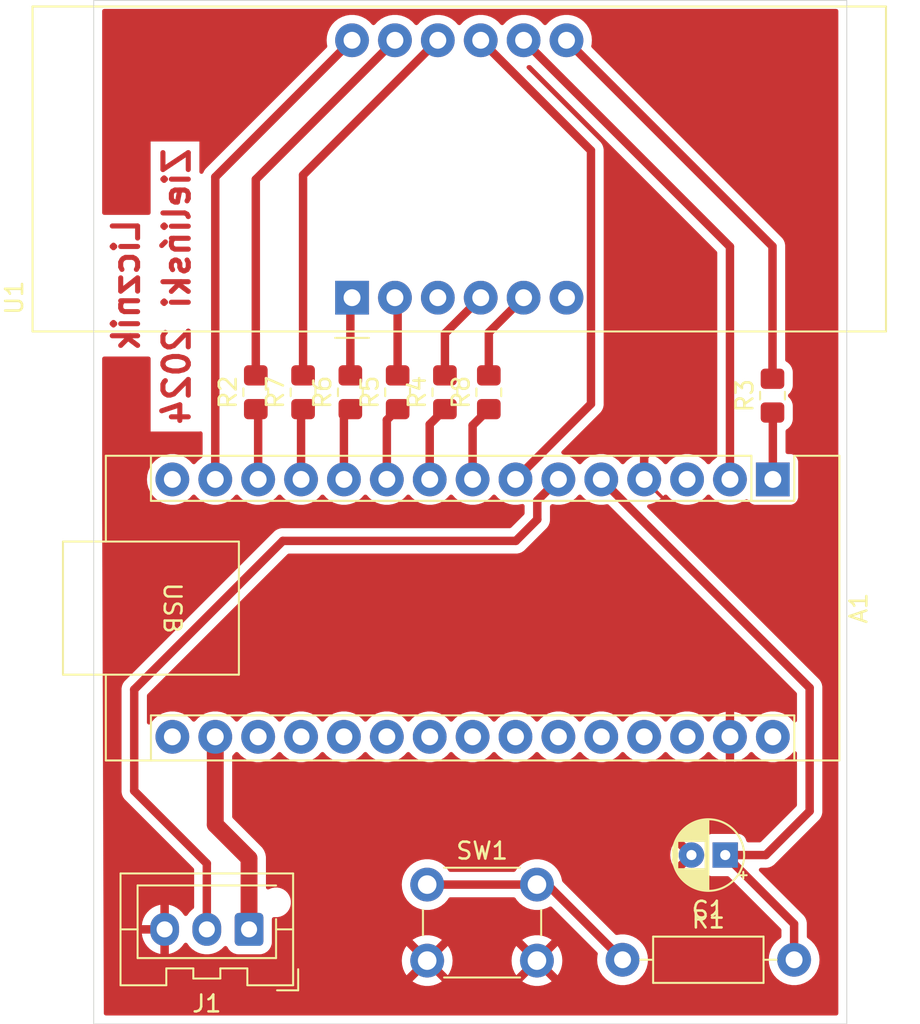
<source format=kicad_pcb>
(kicad_pcb (version 20240108) (generator "pcbnew") (generator_version "8.0")
  (layers (0 "F.Cu" signal) (31 "B.Cu" signal) (34 "B.Paste" user) (35 "F.Paste" user) (36 "B.SilkS" user "B.Silkscreen") (37 "F.SilkS" user "F.Silkscreen") (38 "B.Mask" user) (39 "F.Mask" user) (44 "Edge.Cuts" user))
  (net 0 "")
  (net 2 "GND")
  (net 3 "/F")
  (net 4 "/C")
  (net 5 "/A")
  (net 6 "/D")
  (net 9 "/G")
  (net 10 "/VDD")
  (net 12 "Net-(A1-D2)")
  (net 13 "/E")
  (net 16 "/B")
  (net 17 "/SIGNAL")
  (net 20 "/DIG2")
  (net 21 "/DIG1")
  (net 24 "/DIG3")
  (net 30 "Net-(R1-Pad1)")
  (net 31 "Net-(U1-a)")
  (net 32 "Net-(U1-b)")
  (net 33 "Net-(U1-c)")
  (net 34 "Net-(U1-d)")
  (net 35 "Net-(U1-e)")
  (net 36 "Net-(U1-f)")
  (net 37 "Net-(U1-g)")
  (footprint "Button_Switch_THT:SW_PUSH_6mm_H9.5mm" (layer "F.Cu") (at 99.75 121.35)
    (property "Reference" "SW1" (at 3.25 -2 0) (layer "F.SilkS"))
    (property "Value" "SW_Push")
    (fp_line (start -0.25 1.5) (end -0.25 3) (stroke (width 0.12)) (layer "F.SilkS"))
    (fp_line (start 1 5.5) (end 5.5 5.5) (stroke (width 0.12)) (layer "F.SilkS"))
    (fp_line (start 5.5 -1) (end 1 -1) (stroke (width 0.12)) (layer "F.SilkS"))
    (fp_line (start 6.75 3) (end 6.75 1.5) (stroke (width 0.12)) (layer "F.SilkS"))
    (pad "1" thru_hole circle (at 0 0 90) (size 2 2) (drill 1.1) (layers "*.Cu" "*.Mask") (net 30 "Net-(R1-Pad1)"))
    (pad "1" thru_hole circle (at 6.5 0 90) (size 2 2) (drill 1.1) (layers "*.Cu" "*.Mask") (net 30 "Net-(R1-Pad1)"))
    (pad "2" thru_hole circle (at 0 4.5 90) (size 2 2) (drill 1.1) (layers "*.Cu" "*.Mask") (net 2 "GND"))
    (pad "2" thru_hole circle (at 6.5 4.5 90) (size 2 2) (drill 1.1) (layers "*.Cu" "*.Mask") (net 2 "GND"))
  )
  (footprint "Module:Arduino_Nano" (layer "F.Cu") (at 120.22 97.36 -90)
    (property "Reference" "A1" (at 7.62 -5.08 90) (layer "F.SilkS"))
    (property "Value" "Arduino_Nano_v3.x")
    (fp_line (start 3.68 42.04) (end 3.68 31.62) (stroke (width 0.12)) (layer "F.SilkS"))
    (fp_line (start 11.56 42.04) (end 3.68 42.04) (stroke (width 0.12)) (layer "F.SilkS"))
    (fp_line (start -1.4 39.5) (end 3.68 39.5) (stroke (width 0.12)) (layer "F.SilkS"))
    (fp_line (start 16.64 39.5) (end 11.56 39.5) (stroke (width 0.12)) (layer "F.SilkS"))
    (fp_line (start 16.64 39.5) (end 16.64 -3.94) (stroke (width 0.12)) (layer "F.SilkS"))
    (fp_line (start 1.27 36.83) (end -1.4 36.83) (stroke (width 0.12)) (layer "F.SilkS"))
    (fp_line (start 13.97 36.83) (end 16.64 36.83) (stroke (width 0.12)) (layer "F.SilkS"))
    (fp_line (start 3.68 31.62) (end 11.56 31.62) (stroke (width 0.12)) (layer "F.SilkS"))
    (fp_line (start 11.56 31.62) (end 11.56 42.04) (stroke (width 0.12)) (layer "F.SilkS"))
    (fp_line (start -1.4 1.27) (end -1.4 39.5) (stroke (width 0.12)) (layer "F.SilkS"))
    (fp_line (start 1.27 1.27) (end 1.27 36.83) (stroke (width 0.12)) (layer "F.SilkS"))
    (fp_line (start 1.27 1.27) (end -1.4 1.27) (stroke (width 0.12)) (layer "F.SilkS"))
    (fp_line (start 1.27 1.27) (end 1.27 -1.27) (stroke (width 0.12)) (layer "F.SilkS"))
    (fp_line (start 1.27 -1.27) (end -1.4 -1.27) (stroke (width 0.12)) (layer "F.SilkS"))
    (fp_line (start 13.97 -1.27) (end 13.97 36.83) (stroke (width 0.12)) (layer "F.SilkS"))
    (fp_line (start 13.97 -1.27) (end 16.64 -1.27) (stroke (width 0.12)) (layer "F.SilkS"))
    (fp_line (start -1.4 -3.94) (end -1.4 -1.27) (stroke (width 0.12)) (layer "F.SilkS"))
    (fp_line (start 16.64 -3.94) (end -1.4 -3.94) (stroke (width 0.12)) (layer "F.SilkS"))
    (fp_text user "USB" (at 7.62 35.56 -90) (layer "F.SilkS"))
    (pad "1" thru_hole rect (at 0 0 270) (size 2 2) (drill 1) (layers "*.Cu" "*.Mask") (net 16 "/B"))
    (pad "2" thru_hole oval (at 0 2.54 270) (size 2 2) (drill 1) (layers "*.Cu" "*.Mask") (net 24 "/DIG3"))
    (pad "3" thru_hole oval (at 0 5.08 270) (size 2 2) (drill 1) (layers "*.Cu" "*.Mask"))
    (pad "4" thru_hole oval (at 0 7.62 270) (size 2 2) (drill 1) (layers "*.Cu" "*.Mask") (net 2 "GND"))
    (pad "5" thru_hole oval (at 0 10.16 270) (size 2 2) (drill 1) (layers "*.Cu" "*.Mask") (net 12 "Net-(A1-D2)"))
    (pad "6" thru_hole oval (at 0 12.7 270) (size 2 2) (drill 1) (layers "*.Cu" "*.Mask") (net 17 "/SIGNAL"))
    (pad "7" thru_hole oval (at 0 15.24 270) (size 2 2) (drill 1) (layers "*.Cu" "*.Mask") (net 20 "/DIG2"))
    (pad "8" thru_hole oval (at 0 17.78 270) (size 2 2) (drill 1) (layers "*.Cu" "*.Mask") (net 9 "/G"))
    (pad "9" thru_hole oval (at 0 20.32 270) (size 2 2) (drill 1) (layers "*.Cu" "*.Mask") (net 4 "/C"))
    (pad "10" thru_hole oval (at 0 22.86 270) (size 2 2) (drill 1) (layers "*.Cu" "*.Mask") (net 6 "/D"))
    (pad "11" thru_hole oval (at 0 25.4 270) (size 2 2) (drill 1) (layers "*.Cu" "*.Mask") (net 13 "/E"))
    (pad "12" thru_hole oval (at 0 27.94 270) (size 2 2) (drill 1) (layers "*.Cu" "*.Mask") (net 3 "/F"))
    (pad "13" thru_hole oval (at 0 30.48 270) (size 2 2) (drill 1) (layers "*.Cu" "*.Mask") (net 5 "/A"))
    (pad "14" thru_hole oval (at 0 33.02 270) (size 2 2) (drill 1) (layers "*.Cu" "*.Mask") (net 21 "/DIG1"))
    (pad "15" thru_hole oval (at 0 35.56 270) (size 2 2) (drill 1) (layers "*.Cu" "*.Mask"))
    (pad "16" thru_hole oval (at 15.24 35.56 270) (size 2 2) (drill 1) (layers "*.Cu" "*.Mask"))
    (pad "17" thru_hole oval (at 15.24 33.02 270) (size 2 2) (drill 1) (layers "*.Cu" "*.Mask") (net 10 "/VDD"))
    (pad "18" thru_hole oval (at 15.24 30.48 270) (size 2 2) (drill 1) (layers "*.Cu" "*.Mask"))
    (pad "19" thru_hole oval (at 15.24 27.94 270) (size 2 2) (drill 1) (layers "*.Cu" "*.Mask"))
    (pad "20" thru_hole oval (at 15.24 25.4 270) (size 2 2) (drill 1) (layers "*.Cu" "*.Mask"))
    (pad "21" thru_hole oval (at 15.24 22.86 270) (size 2 2) (drill 1) (layers "*.Cu" "*.Mask"))
    (pad "22" thru_hole oval (at 15.24 20.32 270) (size 2 2) (drill 1) (layers "*.Cu" "*.Mask"))
    (pad "23" thru_hole oval (at 15.24 17.78 270) (size 2 2) (drill 1) (layers "*.Cu" "*.Mask"))
    (pad "24" thru_hole oval (at 15.24 15.24 270) (size 2 2) (drill 1) (layers "*.Cu" "*.Mask"))
    (pad "25" thru_hole oval (at 15.24 12.7 270) (size 2 2) (drill 1) (layers "*.Cu" "*.Mask"))
    (pad "26" thru_hole oval (at 15.24 10.16 270) (size 2 2) (drill 1) (layers "*.Cu" "*.Mask"))
    (pad "27" thru_hole oval (at 15.24 7.62 270) (size 2 2) (drill 1) (layers "*.Cu" "*.Mask"))
    (pad "28" thru_hole oval (at 15.24 5.08 270) (size 2 2) (drill 1) (layers "*.Cu" "*.Mask"))
    (pad "29" thru_hole oval (at 15.24 2.54 270) (size 2 2) (drill 1) (layers "*.Cu" "*.Mask") (net 2 "GND"))
    (pad "30" thru_hole oval (at 15.24 0 270) (size 2 2) (drill 1) (layers "*.Cu" "*.Mask"))
  )
  (footprint "Resistor_SMD:R_0805_2012Metric_Pad1.20x1.40mm_HandSolder" (layer "F.Cu") (at 120.2 92.4 90)
    (property "Reference" "R3" (at 0 -1.65 90) (layer "F.SilkS"))
    (property "Value" "1k")
    (fp_line (start -0.227064 -0.735) (end 0.227064 -0.735) (stroke (width 0.12)) (layer "F.SilkS"))
    (fp_line (start -0.227064 0.735) (end 0.227064 0.735) (stroke (width 0.12)) (layer "F.SilkS"))
    (pad "1" smd roundrect (at -1 0 90) (size 1.2 1.4) (layers "F.Cu" "F.Paste" "F.Mask") (roundrect_rratio 0.208333) (net 16 "/B"))
    (pad "2" smd roundrect (at 1 0 90) (size 1.2 1.4) (layers "F.Cu" "F.Paste" "F.Mask") (roundrect_rratio 0.208333) (net 32 "Net-(U1-b)"))
  )
  (footprint "Display_7Segment:CA56-12SRWA" (layer "F.Cu") (at 95.3 86.6 90)
    (property "Reference" "U1" (at 0 -20 -90) (layer "F.SilkS"))
    (property "Value" "CA56-12SRWA")
    (fp_line (start -2 -18.92) (end 17.24 -18.92) (stroke (width 0.12)) (layer "F.SilkS"))
    (fp_line (start -2 -18.92) (end -2 31.62) (stroke (width 0.12)) (layer "F.SilkS"))
    (fp_line (start -2.38 -1) (end -2.38 1) (stroke (width 0.12)) (layer "F.SilkS"))
    (fp_line (start 17.24 31.62) (end 17.24 -18.92) (stroke (width 0.12)) (layer "F.SilkS"))
    (fp_line (start -2 31.62) (end 17.24 31.62) (stroke (width 0.12)) (layer "F.SilkS"))
    (pad "1" thru_hole rect (at 0 0 90) (size 2 2) (drill 1) (layers "*.Cu" "*.Mask") (net 35 "Net-(U1-e)"))
    (pad "2" thru_hole circle (at 0 2.54 90) (size 2 2) (drill 1) (layers "*.Cu" "*.Mask") (net 34 "Net-(U1-d)"))
    (pad "3" thru_hole circle (at 0 5.08 90) (size 2 2) (drill 1) (layers "*.Cu" "*.Mask"))
    (pad "4" thru_hole circle (at 0 7.62 90) (size 2 2) (drill 1) (layers "*.Cu" "*.Mask") (net 33 "Net-(U1-c)"))
    (pad "5" thru_hole circle (at 0 10.16 90) (size 2 2) (drill 1) (layers "*.Cu" "*.Mask") (net 37 "Net-(U1-g)"))
    (pad "6" thru_hole circle (at 0 12.7 90) (size 2 2) (drill 1) (layers "*.Cu" "*.Mask"))
    (pad "7" thru_hole circle (at 15.24 12.7 90) (size 2 2) (drill 1) (layers "*.Cu" "*.Mask") (net 32 "Net-(U1-b)"))
    (pad "8" thru_hole circle (at 15.24 10.16 90) (size 2 2) (drill 1) (layers "*.Cu" "*.Mask") (net 24 "/DIG3"))
    (pad "9" thru_hole circle (at 15.24 7.62 90) (size 2 2) (drill 1) (layers "*.Cu" "*.Mask") (net 20 "/DIG2"))
    (pad "10" thru_hole circle (at 15.24 5.08 90) (size 2 2) (drill 1) (layers "*.Cu" "*.Mask") (net 36 "Net-(U1-f)"))
    (pad "11" thru_hole circle (at 15.24 2.54 90) (size 2 2) (drill 1) (layers "*.Cu" "*.Mask") (net 31 "Net-(U1-a)"))
    (pad "12" thru_hole circle (at 15.24 0 90) (size 2 2) (drill 1) (layers "*.Cu" "*.Mask") (net 21 "/DIG1"))
  )
  (footprint "Resistor_SMD:R_0805_2012Metric_Pad1.20x1.40mm_HandSolder" (layer "F.Cu") (at 103.4 92.2 90)
    (property "Reference" "R8" (at 0 -1.65 90) (layer "F.SilkS"))
    (property "Value" "1k")
    (fp_line (start -0.227064 -0.735) (end 0.227064 -0.735) (stroke (width 0.12)) (layer "F.SilkS"))
    (fp_line (start -0.227064 0.735) (end 0.227064 0.735) (stroke (width 0.12)) (layer "F.SilkS"))
    (pad "1" smd roundrect (at -1 0 90) (size 1.2 1.4) (layers "F.Cu" "F.Paste" "F.Mask") (roundrect_rratio 0.208333) (net 9 "/G"))
    (pad "2" smd roundrect (at 1 0 90) (size 1.2 1.4) (layers "F.Cu" "F.Paste" "F.Mask") (roundrect_rratio 0.208333) (net 37 "Net-(U1-g)"))
  )
  (footprint "Resistor_SMD:R_0805_2012Metric_Pad1.20x1.40mm_HandSolder" (layer "F.Cu") (at 100.8 92.2 90)
    (property "Reference" "R4" (at 0 -1.65 90) (layer "F.SilkS"))
    (property "Value" "1k")
    (fp_line (start -0.227064 -0.735) (end 0.227064 -0.735) (stroke (width 0.12)) (layer "F.SilkS"))
    (fp_line (start -0.227064 0.735) (end 0.227064 0.735) (stroke (width 0.12)) (layer "F.SilkS"))
    (pad "1" smd roundrect (at -1 0 90) (size 1.2 1.4) (layers "F.Cu" "F.Paste" "F.Mask") (roundrect_rratio 0.208333) (net 4 "/C"))
    (pad "2" smd roundrect (at 1 0 90) (size 1.2 1.4) (layers "F.Cu" "F.Paste" "F.Mask") (roundrect_rratio 0.208333) (net 33 "Net-(U1-c)"))
  )
  (footprint "Resistor_SMD:R_0805_2012Metric_Pad1.20x1.40mm_HandSolder" (layer "F.Cu") (at 98 92.2 90)
    (property "Reference" "R5" (at 0 -1.65 90) (layer "F.SilkS"))
    (property "Value" "1k")
    (fp_line (start -0.227064 -0.735) (end 0.227064 -0.735) (stroke (width 0.12)) (layer "F.SilkS"))
    (fp_line (start -0.227064 0.735) (end 0.227064 0.735) (stroke (width 0.12)) (layer "F.SilkS"))
    (pad "1" smd roundrect (at -1 0 90) (size 1.2 1.4) (layers "F.Cu" "F.Paste" "F.Mask") (roundrect_rratio 0.208333) (net 6 "/D"))
    (pad "2" smd roundrect (at 1 0 90) (size 1.2 1.4) (layers "F.Cu" "F.Paste" "F.Mask") (roundrect_rratio 0.208333) (net 34 "Net-(U1-d)"))
  )
  (footprint "Resistor_THT:R_Axial_DIN0207_L6.3mm_D2.5mm_P10.16mm_Horizontal" (layer "F.Cu") (at 111.32 125.8)
    (property "Reference" "R1" (at 5.08 -2.37 0) (layer "F.SilkS"))
    (property "Value" "10k")
    (fp_line (start 1.04 0) (end 1.81 0) (stroke (width 0.12)) (layer "F.SilkS"))
    (fp_line (start 1.81 -1.37) (end 1.81 1.37) (stroke (width 0.12)) (layer "F.SilkS"))
    (fp_line (start 1.81 1.37) (end 8.35 1.37) (stroke (width 0.12)) (layer "F.SilkS"))
    (fp_line (start 8.35 -1.37) (end 1.81 -1.37) (stroke (width 0.12)) (layer "F.SilkS"))
    (fp_line (start 8.35 1.37) (end 8.35 -1.37) (stroke (width 0.12)) (layer "F.SilkS"))
    (fp_line (start 9.12 0) (end 8.35 0) (stroke (width 0.12)) (layer "F.SilkS"))
    (pad "1" thru_hole circle (at 0 0) (size 2 2) (drill 1) (layers "*.Cu" "*.Mask") (net 30 "Net-(R1-Pad1)"))
    (pad "2" thru_hole oval (at 10.16 0) (size 2 2) (drill 1) (layers "*.Cu" "*.Mask") (net 12 "Net-(A1-D2)"))
  )
  (footprint "Resistor_SMD:R_0805_2012Metric_Pad1.20x1.40mm_HandSolder" (layer "F.Cu") (at 95.2 92.2 90)
    (property "Reference" "R6" (at 0 -1.65 90) (layer "F.SilkS"))
    (property "Value" "1k")
    (fp_line (start -0.227064 -0.735) (end 0.227064 -0.735) (stroke (width 0.12)) (layer "F.SilkS"))
    (fp_line (start -0.227064 0.735) (end 0.227064 0.735) (stroke (width 0.12)) (layer "F.SilkS"))
    (pad "1" smd roundrect (at -1 0 90) (size 1.2 1.4) (layers "F.Cu" "F.Paste" "F.Mask") (roundrect_rratio 0.208333) (net 13 "/E"))
    (pad "2" smd roundrect (at 1 0 90) (size 1.2 1.4) (layers "F.Cu" "F.Paste" "F.Mask") (roundrect_rratio 0.208333) (net 35 "Net-(U1-e)"))
  )
  (footprint "Connector_JST:JST_XA_B03B-XASK-1-A_1x03_P2.50mm_Vertical" (layer "F.Cu") (at 89.2 124 180)
    (property "Reference" "J1" (at 2.5 -4.4 180) (layer "F.SilkS"))
    (property "Value" "Conn_01x03_Pin")
    (fp_line (start 7.61 3.31) (end 7.61 -3.31) (stroke (width 0.12)) (layer "F.SilkS"))
    (fp_line (start 7.61 0) (end 6.6 0) (stroke (width 0.12)) (layer "F.SilkS"))
    (fp_line (start 7.61 -3.31) (end 4.9 -3.31) (stroke (width 0.12)) (layer "F.SilkS"))
    (fp_line (start 6.6 2.6) (end -1.6 2.6) (stroke (width 0.12)) (layer "F.SilkS"))
    (fp_line (start 6.6 -1.7) (end 6.6 2.6) (stroke (width 0.12)) (layer "F.SilkS"))
    (fp_line (start 4.9 -2.31) (end 3.3 -2.31) (stroke (width 0.12)) (layer "F.SilkS"))
    (fp_line (start 4.9 -3.31) (end 4.9 -2.31) (stroke (width 0.12)) (layer "F.SilkS"))
    (fp_line (start 3.3 -2.31) (end 3.3 -2.91) (stroke (width 0.12)) (layer "F.SilkS"))
    (fp_line (start 3.3 -2.91) (end 1.7 -2.91) (stroke (width 0.12)) (layer "F.SilkS"))
    (fp_line (start 1.7 -2.31) (end 0.1 -2.31) (stroke (width 0.12)) (layer "F.SilkS"))
    (fp_line (start 1.7 -2.91) (end 1.7 -2.31) (stroke (width 0.12)) (layer "F.SilkS"))
    (fp_line (start 0.1 -2.31) (end 0.1 -3.31) (stroke (width 0.12)) (layer "F.SilkS"))
    (fp_line (start 0.1 -3.31) (end -2.61 -3.31) (stroke (width 0.12)) (layer "F.SilkS"))
    (fp_line (start -1.6 0.6) (end -1.6 -1.7) (stroke (width 0.12)) (layer "F.SilkS"))
    (fp_line (start -1.6 -1.7) (end 6.6 -1.7) (stroke (width 0.12)) (layer "F.SilkS"))
    (fp_line (start -1.66 -3.61) (end -2.91 -3.61) (stroke (width 0.12)) (layer "F.SilkS"))
    (fp_line (start -2.61 3.31) (end 7.61 3.31) (stroke (width 0.12)) (layer "F.SilkS"))
    (fp_line (start -2.61 0) (end -1.6 0) (stroke (width 0.12)) (layer "F.SilkS"))
    (fp_line (start -2.61 -3.31) (end -2.61 3.31) (stroke (width 0.12)) (layer "F.SilkS"))
    (fp_line (start -2.91 -3.61) (end -2.91 -2.36) (stroke (width 0.12)) (layer "F.SilkS"))
    (pad "" np_thru_hole circle (at -1.6 1.6 180) (size 1.25 1.25) (drill 1.25) (layers "*.Cu" "*.Mask"))
    (pad "1" thru_hole roundrect (at 0 0 180) (size 1.7 1.95) (drill 0.95) (layers "*.Cu" "*.Mask") (roundrect_rratio 0.147059) (net 10 "/VDD"))
    (pad "2" thru_hole oval (at 2.5 0 180) (size 1.7 1.95) (drill 0.95) (layers "*.Cu" "*.Mask") (net 17 "/SIGNAL"))
    (pad "3" thru_hole oval (at 5 0 180) (size 1.7 1.95) (drill 0.95) (layers "*.Cu" "*.Mask") (net 2 "GND"))
  )
  (footprint "Capacitor_THT:CP_Radial_D4.0mm_P2.00mm" (layer "F.Cu") (at 117.4 119.6 180)
    (property "Reference" "C1" (at 1 -3.25 180) (layer "F.SilkS"))
    (property "Value" "10u")
    (fp_line (start 3.081 -0.37) (end 3.081 0.37) (stroke (width 0.12)) (layer "F.SilkS"))
    (fp_line (start 3.041 -0.537) (end 3.041 0.537) (stroke (width 0.12)) (layer "F.SilkS"))
    (fp_line (start 3.001 -0.664) (end 3.001 0.664) (stroke (width 0.12)) (layer "F.SilkS"))
    (fp_line (start 2.961 -0.768) (end 2.961 0.768) (stroke (width 0.12)) (layer "F.SilkS"))
    (fp_line (start 2.921 -0.859) (end 2.921 0.859) (stroke (width 0.12)) (layer "F.SilkS"))
    (fp_line (start 2.881 -0.94) (end 2.881 0.94) (stroke (width 0.12)) (layer "F.SilkS"))
    (fp_line (start 2.841 -1.013) (end 2.841 1.013) (stroke (width 0.12)) (layer "F.SilkS"))
    (fp_line (start 2.801 0.84) (end 2.801 1.08) (stroke (width 0.12)) (layer "F.SilkS"))
    (fp_line (start 2.801 -1.08) (end 2.801 -0.84) (stroke (width 0.12)) (layer "F.SilkS"))
    (fp_line (start 2.761 0.84) (end 2.761 1.142) (stroke (width 0.12)) (layer "F.SilkS"))
    (fp_line (start 2.761 -1.142) (end 2.761 -0.84) (stroke (width 0.12)) (layer "F.SilkS"))
    (fp_line (start 2.721 0.84) (end 2.721 1.2) (stroke (width 0.12)) (layer "F.SilkS"))
    (fp_line (start 2.721 -1.2) (end 2.721 -0.84) (stroke (width 0.12)) (layer "F.SilkS"))
    (fp_line (start 2.681 0.84) (end 2.681 1.254) (stroke (width 0.12)) (layer "F.SilkS"))
    (fp_line (start 2.681 -1.254) (end 2.681 -0.84) (stroke (width 0.12)) (layer "F.SilkS"))
    (fp_line (start 2.641 0.84) (end 2.641 1.304) (stroke (width 0.12)) (layer "F.SilkS"))
    (fp_line (start 2.641 -1.304) (end 2.641 -0.84) (stroke (width 0.12)) (layer "F.SilkS"))
    (fp_line (start 2.601 0.84) (end 2.601 1.351) (stroke (width 0.12)) (layer "F.SilkS"))
    (fp_line (start 2.601 -1.351) (end 2.601 -0.84) (stroke (width 0.12)) (layer "F.SilkS"))
    (fp_line (start 2.561 0.84) (end 2.561 1.396) (stroke (width 0.12)) (layer "F.SilkS"))
    (fp_line (start 2.561 -1.396) (end 2.561 -0.84) (stroke (width 0.12)) (layer "F.SilkS"))
    (fp_line (start 2.521 0.84) (end 2.521 1.438) (stroke (width 0.12)) (layer "F.SilkS"))
    (fp_line (start 2.521 -1.438) (end 2.521 -0.84) (stroke (width 0.12)) (layer "F.SilkS"))
    (fp_line (start 2.481 0.84) (end 2.481 1.478) (stroke (width 0.12)) (layer "F.SilkS"))
    (fp_line (start 2.481 -1.478) (end 2.481 -0.84) (stroke (width 0.12)) (layer "F.SilkS"))
    (fp_line (start 2.441 0.84) (end 2.441 1.516) (stroke (width 0.12)) (layer "F.SilkS"))
    (fp_line (start 2.441 -1.516) (end 2.441 -0.84) (stroke (width 0.12)) (layer "F.SilkS"))
    (fp_line (start 2.401 0.84) (end 2.401 1.552) (stroke (width 0.12)) (layer "F.SilkS"))
    (fp_line (start 2.401 -1.552) (end 2.401 -0.84) (stroke (width 0.12)) (layer "F.SilkS"))
    (fp_line (start 2.361 0.84) (end 2.361 1.587) (stroke (width 0.12)) (layer "F.SilkS"))
    (fp_line (start 2.361 -1.587) (end 2.361 -0.84) (stroke (width 0.12)) (layer "F.SilkS"))
    (fp_line (start 2.321 0.84) (end 2.321 1.619) (stroke (width 0.12)) (layer "F.SilkS"))
    (fp_line (start 2.321 -1.619) (end 2.321 -0.84) (stroke (width 0.12)) (layer "F.SilkS"))
    (fp_line (start 2.281 0.84) (end 2.281 1.65) (stroke (width 0.12)) (layer "F.SilkS"))
    (fp_line (start 2.281 -1.65) (end 2.281 -0.84) (stroke (width 0.12)) (layer "F.SilkS"))
    (fp_line (start 2.241 0.84) (end 2.241 1.68) (stroke (width 0.12)) (layer "F.SilkS"))
    (fp_line (start 2.241 -1.68) (end 2.241 -0.84) (stroke (width 0.12)) (layer "F.SilkS"))
    (fp_line (start 2.201 0.84) (end 2.201 1.708) (stroke (width 0.12)) (layer "F.SilkS"))
    (fp_line (start 2.201 -1.708) (end 2.201 -0.84) (stroke (width 0.12)) (layer "F.SilkS"))
    (fp_line (start 2.161 0.84) (end 2.161 1.735) (stroke (width 0.12)) (layer "F.SilkS"))
    (fp_line (start 2.161 -1.735) (end 2.161 -0.84) (stroke (width 0.12)) (layer "F.SilkS"))
    (fp_line (start 2.121 0.84) (end 2.121 1.76) (stroke (width 0.12)) (layer "F.SilkS"))
    (fp_line (start 2.121 -1.76) (end 2.121 -0.84) (stroke (width 0.12)) (layer "F.SilkS"))
    (fp_line (start 2.081 0.84) (end 2.081 1.785) (stroke (width 0.12)) (layer "F.SilkS"))
    (fp_line (start 2.081 -1.785) (end 2.081 -0.84) (stroke (width 0.12)) (layer "F.SilkS"))
    (fp_line (start 2.041 0.84) (end 2.041 1.808) (stroke (width 0.12)) (layer "F.SilkS"))
    (fp_line (start 2.041 -1.808) (end 2.041 -0.84) (stroke (width 0.12)) (layer "F.SilkS"))
    (fp_line (start 2.001 0.84) (end 2.001 1.83) (stroke (width 0.12)) (layer "F.SilkS"))
    (fp_line (start 2.001 -1.83) (end 2.001 -0.84) (stroke (width 0.12)) (layer "F.SilkS"))
    (fp_line (start 1.961 0.84) (end 1.961 1.851) (stroke (width 0.12)) (layer "F.SilkS"))
    (fp_line (start 1.961 -1.851) (end 1.961 -0.84) (stroke (width 0.12)) (layer "F.SilkS"))
    (fp_line (start 1.921 0.84) (end 1.921 1.87) (stroke (width 0.12)) (layer "F.SilkS"))
    (fp_line (start 1.921 -1.87) (end 1.921 -0.84) (stroke (width 0.12)) (layer "F.SilkS"))
    (fp_line (start 1.881 0.84) (end 1.881 1.889) (stroke (width 0.12)) (layer "F.SilkS"))
    (fp_line (start 1.881 -1.889) (end 1.881 -0.84) (stroke (width 0.12)) (layer "F.SilkS"))
    (fp_line (start 1.841 0.84) (end 1.841 1.907) (stroke (width 0.12)) (layer "F.SilkS"))
    (fp_line (start 1.841 -1.907) (end 1.841 -0.84) (stroke (width 0.12)) (layer "F.SilkS"))
    (fp_line (start 1.801 0.84) (end 1.801 1.924) (stroke (width 0.12)) (layer "F.SilkS"))
    (fp_line (start 1.801 -1.924) (end 1.801 -0.84) (stroke (width 0.12)) (layer "F.SilkS"))
    (fp_line (start 1.761 0.84) (end 1.761 1.94) (stroke (width 0.12)) (layer "F.SilkS"))
    (fp_line (start 1.761 -1.94) (end 1.761 -0.84) (stroke (width 0.12)) (layer "F.SilkS"))
    (fp_line (start 1.721 0.84) (end 1.721 1.954) (stroke (width 0.12)) (layer "F.SilkS"))
    (fp_line (start 1.721 -1.954) (end 1.721 -0.84) (stroke (width 0.12)) (layer "F.SilkS"))
    (fp_line (start 1.68 0.84) (end 1.68 1.968) (stroke (width 0.12)) (layer "F.SilkS"))
    (fp_line (start 1.68 -1.968) (end 1.68 -0.84) (stroke (width 0.12)) (layer "F.SilkS"))
    (fp_line (start 1.64 0.84) (end 1.64 1.982) (stroke (width 0.12)) (layer "F.SilkS"))
    (fp_line (start 1.64 -1.982) (end 1.64 -0.84) (stroke (width 0.12)) (layer "F.SilkS"))
    (fp_line (start 1.6 0.84) (end 1.6 1.994) (stroke (width 0.12)) (layer "F.SilkS"))
    (fp_line (start 1.6 -1.994) (end 1.6 -0.84) (stroke (width 0.12)) (layer "F.SilkS"))
    (fp_line (start 1.56 0.84) (end 1.56 2.005) (stroke (width 0.12)) (layer "F.SilkS"))
    (fp_line (start 1.56 -2.005) (end 1.56 -0.84) (stroke (width 0.12)) (layer "F.SilkS"))
    (fp_line (start 1.52 0.84) (end 1.52 2.016) (stroke (width 0.12)) (layer "F.SilkS"))
    (fp_line (start 1.52 -2.016) (end 1.52 -0.84) (stroke (width 0.12)) (layer "F.SilkS"))
    (fp_line (start 1.48 0.84) (end 1.48 2.025) (stroke (width 0.12)) (layer "F.SilkS"))
    (fp_line (start 1.48 -2.025) (end 1.48 -0.84) (stroke (width 0.12)) (layer "F.SilkS"))
    (fp_line (start 1.44 0.84) (end 1.44 2.034) (stroke (width 0.12)) (layer "F.SilkS"))
    (fp_line (start 1.44 -2.034) (end 1.44 -0.84) (stroke (width 0.12)) (layer "F.SilkS"))
    (fp_line (start 1.4 0.84) (end 1.4 2.042) (stroke (width 0.12)) (layer "F.SilkS"))
    (fp_line (start 1.4 -2.042) (end 1.4 -0.84) (stroke (width 0.12)) (layer "F.SilkS"))
    (fp_line (start 1.36 0.84) (end 1.36 2.05) (stroke (width 0.12)) (layer "F.SilkS"))
    (fp_line (start 1.36 -2.05) (end 1.36 -0.84) (stroke (width 0.12)) (layer "F.SilkS"))
    (fp_line (start 1.32 0.84) (end 1.32 2.056) (stroke (width 0.12)) (layer "F.SilkS"))
    (fp_line (start 1.32 -2.056) (end 1.32 -0.84) (stroke (width 0.12)) (layer "F.SilkS"))
    (fp_line (start 1.28 0.84) (end 1.28 2.062) (stroke (width 0.12)) (layer "F.SilkS"))
    (fp_line (start 1.28 -2.062) (end 1.28 -0.84) (stroke (width 0.12)) (layer "F.SilkS"))
    (fp_line (start 1.24 0.84) (end 1.24 2.067) (stroke (width 0.12)) (layer "F.SilkS"))
    (fp_line (start 1.24 -2.067) (end 1.24 -0.84) (stroke (width 0.12)) (layer "F.SilkS"))
    (fp_line (start 1.2 0.84) (end 1.2 2.071) (stroke (width 0.12)) (layer "F.SilkS"))
    (fp_line (start 1.2 -2.071) (end 1.2 -0.84) (stroke (width 0.12)) (layer "F.SilkS"))
    (fp_line (start 1.16 -2.074) (end 1.16 2.074) (stroke (width 0.12)) (layer "F.SilkS"))
    (fp_line (start 1.12 -2.077) (end 1.12 2.077) (stroke (width 0.12)) (layer "F.SilkS"))
    (fp_line (start 1.08 -2.079) (end 1.08 2.079) (stroke (width 0.12)) (layer "F.SilkS"))
    (fp_line (start 1.04 -2.08) (end 1.04 2.08) (stroke (width 0.12)) (layer "F.SilkS"))
    (fp_line (start 1 -2.08) (end 1 2.08) (stroke (width 0.12)) (layer "F.SilkS"))
    (fp_line (start -1.069801 -1.395) (end -1.069801 -0.995) (stroke (width 0.12)) (layer "F.SilkS"))
    (fp_line (start -1.269801 -1.195) (end -0.869801 -1.195) (stroke (width 0.12)) (layer "F.SilkS"))
    (fp_circle (center 1 0) (end 3.12 0) (stroke (width 0.12)) (fill none) (layer "F.SilkS"))
    (pad "1" thru_hole rect (at 0 0 180) (size 1.5 1.5) (drill 0.6) (layers "*.Cu" "*.Mask") (net 12 "Net-(A1-D2)"))
    (pad "2" thru_hole circle (at 2 0 180) (size 1.5 1.5) (drill 0.6) (layers "*.Cu" "*.Mask") (net 2 "GND"))
  )
  (footprint "Resistor_SMD:R_0805_2012Metric_Pad1.20x1.40mm_HandSolder" (layer "F.Cu") (at 92.4 92.2 90)
    (property "Reference" "R7" (at 0 -1.65 90) (layer "F.SilkS"))
    (property "Value" "1k")
    (fp_line (start -0.227064 -0.735) (end 0.227064 -0.735) (stroke (width 0.12)) (layer "F.SilkS"))
    (fp_line (start -0.227064 0.735) (end 0.227064 0.735) (stroke (width 0.12)) (layer "F.SilkS"))
    (pad "1" smd roundrect (at -1 0 90) (size 1.2 1.4) (layers "F.Cu" "F.Paste" "F.Mask") (roundrect_rratio 0.208333) (net 3 "/F"))
    (pad "2" smd roundrect (at 1 0 90) (size 1.2 1.4) (layers "F.Cu" "F.Paste" "F.Mask") (roundrect_rratio 0.208333) (net 36 "Net-(U1-f)"))
  )
  (footprint "Resistor_SMD:R_0805_2012Metric_Pad1.20x1.40mm_HandSolder" (layer "F.Cu") (at 89.6 92.2 90)
    (property "Reference" "R2" (at 0 -1.65 90) (layer "F.SilkS"))
    (property "Value" "1k")
    (fp_line (start -0.227064 -0.735) (end 0.227064 -0.735) (stroke (width 0.12)) (layer "F.SilkS"))
    (fp_line (start -0.227064 0.735) (end 0.227064 0.735) (stroke (width 0.12)) (layer "F.SilkS"))
    (pad "1" smd roundrect (at -1 0 90) (size 1.2 1.4) (layers "F.Cu" "F.Paste" "F.Mask") (roundrect_rratio 0.208333) (net 5 "/A"))
    (pad "2" smd roundrect (at 1 0 90) (size 1.2 1.4) (layers "F.Cu" "F.Paste" "F.Mask") (roundrect_rratio 0.208333) (net 31 "Net-(U1-a)"))
  )
  (gr_rect (start 80 69) (end 124.6 129.6) (stroke (width 0.05)) (fill none) (layer "Edge.Cuts"))
  (gr_text "Zieliński 2024" (at 85.8 77.6 90) (layer "F.Cu") (effects (font (size 1.5 1.5) (thickness 0.3) (bold yes)) (justify left bottom mirror)))
  (gr_text "Licznik" (at 82.8 81.8 90) (layer "F.Cu") (effects (font (size 1.5 1.5) (thickness 0.3) (bold yes)) (justify left bottom mirror)))
  (segment (start 117.68 112.6) (end 117.68 111.08) (width 0.2) (layer "F.Cu") (net 2))
  (segment (start 117.68 112.6) (end 117.68 114.48) (width 0.2) (layer "F.Cu") (net 2))
  (segment (start 112.8 96) (end 112.6 96.2) (width 0.2) (layer "F.Cu") (net 2))
  (segment (start 114.64 99.4) (end 115.2 99.4) (width 0.2) (layer "F.Cu") (net 2))
  (segment (start 112.6 96.2) (end 112.6 97.36) (width 0.2) (layer "F.Cu") (net 2))
  (segment (start 117.68 111.08) (end 116.8 110.2) (width 0.2) (layer "F.Cu") (net 2))
  (segment (start 117.68 114.48) (end 118 114.8) (width 0.2) (layer "F.Cu") (net 2))
  (segment (start 112.8 95.6) (end 112.8 96) (width 0.2) (layer "F.Cu") (net 2))
  (segment (start 112.6 97.36) (end 114.64 99.4) (width 0.2) (layer "F.Cu") (net 2))
  (segment (start 92.28 93.32) (end 92.4 93.2) (width 0.5) (layer "F.Cu") (net 3))
  (segment (start 92.28 97.36) (end 92.28 93.32) (width 0.5) (layer "F.Cu") (net 3))
  (segment (start 99.9 94.1) (end 100.8 93.2) (width 0.5) (layer "F.Cu") (net 4))
  (segment (start 99.9 97.36) (end 99.9 94.1) (width 0.5) (layer "F.Cu") (net 4))
  (segment (start 89.74 93.34) (end 89.6 93.2) (width 0.5) (layer "F.Cu") (net 5))
  (segment (start 89.74 97.36) (end 89.74 93.34) (width 0.5) (layer "F.Cu") (net 5))
  (segment (start 97.36 97.36) (end 97.36 93.84) (width 0.5) (layer "F.Cu") (net 6))
  (segment (start 97.36 93.84) (end 98 93.2) (width 0.5) (layer "F.Cu") (net 6))
  (segment (start 97.36 97.36) (end 97.44 97.36) (width 0.5) (layer "F.Cu") (net 6))
  (segment (start 102.44 97.36) (end 102.44 94.16) (width 0.5) (layer "F.Cu") (net 9))
  (segment (start 102.44 94.16) (end 103.4 93.2) (width 0.5) (layer "F.Cu") (net 9))
  (segment (start 87.2 112.6) (end 87.2 117.8) (width 1) (layer "F.Cu") (net 10))
  (segment (start 89.2 119.8) (end 89.2 124) (width 1) (layer "F.Cu") (net 10))
  (segment (start 87.2 117.8) (end 89.2 119.8) (width 1) (layer "F.Cu") (net 10))
  (segment (start 122.4 109.7) (end 110.06 97.36) (width 0.5) (layer "F.Cu") (net 12))
  (segment (start 121.48 123.68) (end 117.4 119.6) (width 0.5) (layer "F.Cu") (net 12))
  (segment (start 119.8 119.6) (end 117.4 119.6) (width 0.5) (layer "F.Cu") (net 12))
  (segment (start 122.4 117) (end 119.8 119.6) (width 0.5) (layer "F.Cu") (net 12))
  (segment (start 121.48 125.8) (end 121.48 123.68) (width 0.5) (layer "F.Cu") (net 12))
  (segment (start 122.4 117) (end 122.4 109.7) (width 0.5) (layer "F.Cu") (net 12))
  (segment (start 94.82 97.36) (end 94.82 93.58) (width 0.5) (layer "F.Cu") (net 13))
  (segment (start 94.82 93.58) (end 95.2 93.2) (width 0.5) (layer "F.Cu") (net 13))
  (segment (start 120.22 97.36) (end 120.22 93.42) (width 0.5) (layer "F.Cu") (net 16))
  (segment (start 120.22 93.42) (end 120.2 93.4) (width 0.5) (layer "F.Cu") (net 16))
  (segment (start 82.4 115.8) (end 82.4 109.8) (width 0.5) (layer "F.Cu") (net 17))
  (segment (start 106.27 99.73) (end 106.27 98.61) (width 0.5) (layer "F.Cu") (net 17))
  (segment (start 82.4 109.8) (end 91.2 101) (width 0.5) (layer "F.Cu") (net 17))
  (segment (start 105 101) (end 106.27 99.73) (width 0.5) (layer "F.Cu") (net 17))
  (segment (start 86.7 120.1) (end 82.4 115.8) (width 0.5) (layer "F.Cu") (net 17))
  (segment (start 91.2 101) (end 105 101) (width 0.5) (layer "F.Cu") (net 17))
  (segment (start 86.7 124) (end 86.7 120.1) (width 0.5) (layer "F.Cu") (net 17))
  (segment (start 106.27 98.61) (end 107.52 97.36) (width 0.5) (layer "F.Cu") (net 17))
  (segment (start 109.45 92.89) (end 104.98 97.36) (width 0.5) (layer "F.Cu") (net 20))
  (segment (start 109.45 77.89) (end 109.45 92.89) (width 0.5) (layer "F.Cu") (net 20))
  (segment (start 102.92 71.36) (end 109.45 77.89) (width 0.5) (layer "F.Cu") (net 20))
  (segment (start 87.2 79.46) (end 95.3 71.36) (width 0.5) (layer "F.Cu") (net 21))
  (segment (start 87.2 97.36) (end 87.2 79.46) (width 0.5) (layer "F.Cu") (net 21))
  (segment (start 117.68 83.58) (end 117.68 97.36) (width 0.5) (layer "F.Cu") (net 24))
  (segment (start 105.46 71.36) (end 117.68 83.58) (width 0.5) (layer "F.Cu") (net 24))
  (segment (start 111.46 125.94) (end 111.46 126.14) (width 0.5) (layer "F.Cu") (net 30))
  (segment (start 106.25 121.35) (end 106.87 121.35) (width 0.5) (layer "F.Cu") (net 30))
  (segment (start 99.75 121.35) (end 106.25 121.35) (width 0.5) (layer "F.Cu") (net 30))
  (segment (start 106.87 121.35) (end 111.46 125.94) (width 0.5) (layer "F.Cu") (net 30))
  (segment (start 89.6 79.6) (end 97.84 71.36) (width 0.5) (layer "F.Cu") (net 31))
  (segment (start 89.6 91.2) (end 89.6 79.6) (width 0.5) (layer "F.Cu") (net 31))
  (segment (start 108 71.36) (end 120.2 83.56) (width 0.5) (layer "F.Cu") (net 32))
  (segment (start 120.2 83.56) (end 120.2 91.4) (width 0.5) (layer "F.Cu") (net 32))
  (segment (start 100.8 88.72) (end 102.92 86.6) (width 0.5) (layer "F.Cu") (net 33))
  (segment (start 100.8 91.2) (end 100.8 88.72) (width 0.5) (layer "F.Cu") (net 33))
  (segment (start 98 86.76) (end 97.84 86.6) (width 0.5) (layer "F.Cu") (net 34))
  (segment (start 98 91.2) (end 98 86.76) (width 0.5) (layer "F.Cu") (net 34))
  (segment (start 95.2 86.7) (end 95.3 86.6) (width 0.5) (layer "F.Cu") (net 35))
  (segment (start 95.2 91.2) (end 95.2 86.7) (width 0.5) (layer "F.Cu") (net 35))
  (segment (start 100.38 71.36) (end 92.4 79.34) (width 0.5) (layer "F.Cu") (net 36))
  (segment (start 92.4 79.34) (end 92.4 91.2) (width 0.5) (layer "F.Cu") (net 36))
  (segment (start 103.4 91.2) (end 103.4 88.66) (width 0.5) (layer "F.Cu") (net 37))
  (segment (start 103.4 88.66) (end 105.46 86.6) (width 0.5) (layer "F.Cu") (net 37))
  (zone (net 2) (net_name "GND") (layer "F.Cu") (connect_pads (clearance 0.5)) (min_thickness 0.25) (fill yes (thermal_gap 0.5) (thermal_bridge_width 0.5))
    (polygon (pts (xy 80.400446 69.50045) (xy 80.600446 129.30045) (xy 124.6 129.2) (xy 124.6 69.4)))
  )
)
</source>
